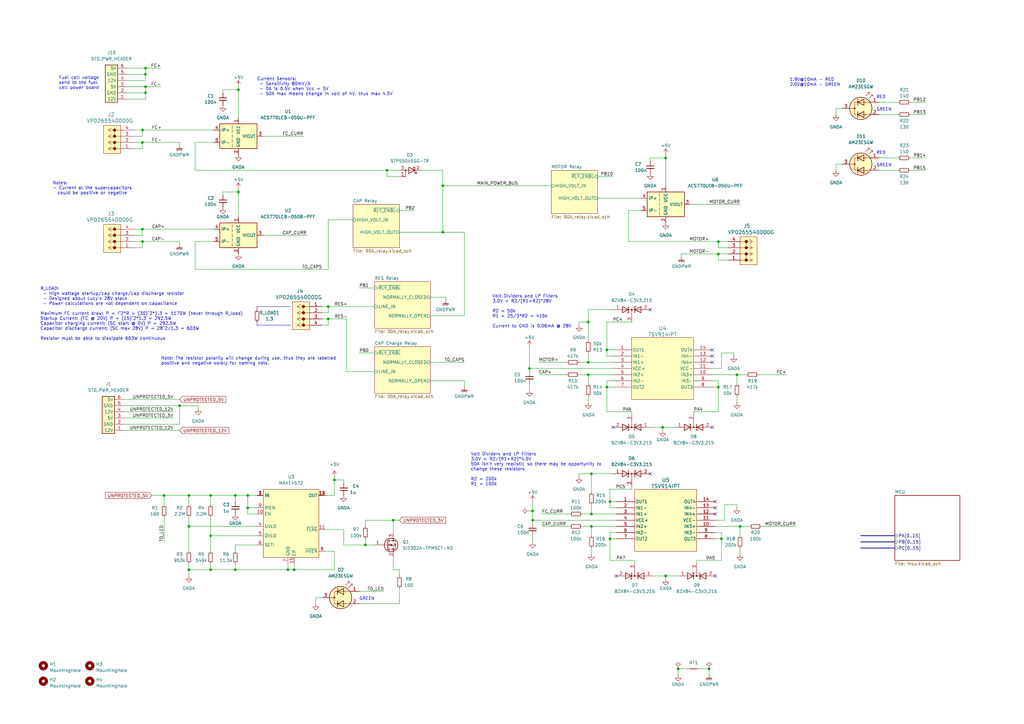
<source format=kicad_sch>
(kicad_sch (version 20250114) (generator "eeschema") (generator_version "9.0")
  (paper "A3")
  (text "Volt Dividers and LP Filters\n3.0V = R2/(R1+R2)*28V\n\nR2 = 50k\nR1 = 25/3*R2 = 416k\n\nCurrent to GND is 0.06mA @ 28V" (at 201.93 134.62 0) (effects (font (size 1.27 1.27)) (justify left bottom)))
  (text "Note: The resistor polarity will change during use, thus they are labelled\npositive and negative solely for naming nets." (at 66.04 149.86 0) (effects (font (size 1.27 1.27)) (justify left bottom)))
  (text "Volt Dividers and LP Filters\n3.0V = R2/(R1+R2)*4.5V\n50A isn't very realistic so there may be opportunity to\nchange these resistors\n\nR2 = 200k\nR1 = 100k" (at 193.04 199.39 0) (effects (font (size 1.27 1.27)) (justify left bottom)))
  (text "GREEN" (at 147.32 246.38 0) (effects (font (size 1.27 1.27)) (justify left bottom)))
  (text "GREEN" (at 359.41 68.58 0) (effects (font (size 1.27 1.27)) (justify left bottom)))
  (text "Notes:\n- Current at the supercapacitors \n  could be positive or negative" (at 21.59 80.01 0) (effects (font (size 1.27 1.27)) (justify left bottom)))
  (text "1.9V@10mA - RED\n2.0V@10mA - GREEN" (at 323.85 35.56 0) (effects (font (size 1.27 1.27)) (justify left bottom)))
  (text "R_LOAD:\n - High wattage startup/cap charge/cap discharge resistor\n - Designed about Lucy's 28V stack\n - Power calculations are not dependent on capacitance\n\nMaximum FC current draw: P = I^2*R = (30)^2*1.3 = 1170W (never through R_load)\nStartup Current: (FC @ 20V) P = (15)^2*1.3 = 292.5W\nCapacitor charging current: (SC start @ 0V) P = 292.5W\nCapacitor discharge current: (SC max 28V) P = 28^2/1.3 = 603W\n\nResistor must be able to dissipate 603W continuous" (at 16.51 139.7 0) (effects (font (size 1.27 1.27)) (justify left bottom)))
  (text "Fuel cell voltage\nsend to the fuel\ncell power board" (at 24.13 36.83 0) (effects (font (size 1.27 1.27)) (justify left bottom)))
  (text "RED" (at 359.41 63.5 0) (effects (font (size 1.27 1.27)) (justify left bottom)))
  (text "RED" (at 359.41 40.64 0) (effects (font (size 1.27 1.27)) (justify left bottom)))
  (text "Current Sensors:\n - Sensitivity 80mV/A\n - 0A is 0.5V when Vcc = 5V\n - 50A max means change in volt of 4V, thus max 4.5V" (at 105.41 39.37 0) (effects (font (size 1.27 1.27)) (justify left bottom)))
  (text "GREEN" (at 359.41 45.72 0) (effects (font (size 1.27 1.27)) (justify left bottom)))
  (junction (at 101.6 208.28))
  (junction (at 218.44 213.36))
  (junction (at 290.83 274.32))
  (junction (at 134.62 130.81))
  (junction (at 97.79 78.74))
  (junction (at 67.31 203.2))
  (junction (at 77.47 203.2))
  (junction (at 149.86 223.52))
  (junction (at 242.57 210.82))
  (junction (at 217.17 151.13))
  (junction (at 218.44 209.55))
  (junction (at 77.47 233.68))
  (junction (at 248.92 158.75))
  (junction (at 118.11 233.68))
  (junction (at 181.61 76.2))
  (junction (at 96.52 233.68))
  (junction (at 278.13 274.32))
  (junction (at 97.79 36.83))
  (junction (at 59.69 38.1))
  (junction (at 59.69 35.56))
  (junction (at 242.57 215.9))
  (junction (at 59.69 30.48))
  (junction (at 86.36 219.71))
  (junction (at 86.36 203.2))
  (junction (at 241.3 153.67))
  (junction (at 273.05 64.77))
  (junction (at 241.3 132.08))
  (junction (at 158.75 69.85))
  (junction (at 96.52 203.2))
  (junction (at 134.62 125.73))
  (junction (at 58.42 93.98))
  (junction (at 250.19 220.98))
  (junction (at 242.57 194.31))
  (junction (at 86.36 233.68))
  (junction (at 271.78 175.26))
  (junction (at 241.3 148.59))
  (junction (at 248.92 143.51))
  (junction (at 250.19 205.74))
  (junction (at 58.42 53.34))
  (junction (at 303.53 215.9))
  (junction (at 58.42 58.42))
  (junction (at 273.05 236.22))
  (junction (at 294.64 99.06))
  (junction (at 58.42 99.06))
  (junction (at 73.66 166.37))
  (junction (at 302.26 153.67))
  (junction (at 101.6 203.2))
  (junction (at 295.91 220.98))
  (junction (at 294.64 104.14))
  (junction (at 120.65 233.68))
  (junction (at 137.16 196.85))
  (junction (at 77.47 215.9))
  (junction (at 181.61 95.25))
  (junction (at 294.64 158.75))
  (junction (at 59.69 27.94))
  (junction (at 161.29 213.36))
  (no_connect (at 266.7 127))
  (no_connect (at 252.73 236.22))
  (no_connect (at 293.37 210.82))
  (no_connect (at 292.1 143.51))
  (no_connect (at 293.37 236.22))
  (no_connect (at 292.1 175.26))
  (no_connect (at 293.37 208.28))
  (no_connect (at 292.1 146.05))
  (no_connect (at 292.1 148.59))
  (no_connect (at 266.7 194.31))
  (no_connect (at 293.37 205.74))
  (no_connect (at 251.46 175.26))
  (wire (pts (xy 77.47 215.9) (xy 77.47 226.06)))
  (wire (pts (xy 302.26 153.67) (xy 302.26 157.48)))
  (wire (pts (xy 163.83 72.39) (xy 158.75 72.39)))
  (wire (pts (xy 140.97 217.17) (xy 140.97 223.52)))
  (wire (pts (xy 132.08 125.73) (xy 134.62 125.73)))
  (wire (pts (xy 101.6 203.2) (xy 101.6 208.28)))
  (wire (pts (xy 241.3 165.1) (xy 241.3 162.56)))
  (wire (pts (xy 293.37 213.36) (xy 297.18 213.36)))
  (wire (pts (xy 222.25 210.82) (xy 233.68 210.82)))
  (wire (pts (xy 54.61 99.06) (xy 58.42 99.06)))
  (wire (pts (xy 80.01 110.49) (xy 134.62 110.49)))
  (wire (pts (xy 91.44 80.01) (xy 91.44 78.74)))
  (wire (pts (xy 281.94 274.32) (xy 278.13 274.32)))
  (wire (pts (xy 220.98 153.67) (xy 232.41 153.67)))
  (polyline (pts (xy 119.38 133.35) (xy 105.41 133.35)))
  (wire (pts (xy 241.3 132.08) (xy 241.3 139.7)))
  (wire (pts (xy 285.75 229.87) (xy 285.75 231.14)))
  (wire (pts (xy 59.69 33.02) (xy 59.69 30.48)))
  (wire (pts (xy 182.88 121.92) (xy 182.88 123.19)))
  (wire (pts (xy 250.19 205.74) (xy 250.19 208.28)))
  (wire (pts (xy 59.69 27.94) (xy 59.69 30.48)))
  (wire (pts (xy 242.57 210.82) (xy 242.57 207.01)))
  (wire (pts (xy 52.07 40.64) (xy 59.69 40.64)))
  (wire (pts (xy 360.68 46.99) (xy 368.3 46.99)))
  (wire (pts (xy 134.62 130.81) (xy 134.62 133.35)))
  (wire (pts (xy 77.47 203.2) (xy 86.36 203.2)))
  (wire (pts (xy 218.44 209.55) (xy 218.44 213.36)))
  (wire (pts (xy 134.62 90.17) (xy 144.78 90.17)))
  (wire (pts (xy 132.08 128.27) (xy 134.62 128.27)))
  (wire (pts (xy 237.49 148.59) (xy 241.3 148.59)))
  (wire (pts (xy 158.75 69.85) (xy 163.83 69.85)))
  (wire (pts (xy 241.3 148.59) (xy 251.46 148.59)))
  (wire (pts (xy 273.05 236.22) (xy 273.05 237.49)))
  (wire (pts (xy 73.66 166.37) (xy 81.28 166.37)))
  (wire (pts (xy 285.75 229.87) (xy 295.91 229.87)))
  (wire (pts (xy 373.38 41.91) (xy 379.73 41.91)))
  (wire (pts (xy 250.19 220.98) (xy 250.19 229.87)))
  (wire (pts (xy 292.1 151.13) (xy 295.91 151.13)))
  (wire (pts (xy 251.46 156.21) (xy 248.92 156.21)))
  (wire (pts (xy 96.52 203.2) (xy 101.6 203.2)))
  (wire (pts (xy 252.73 205.74) (xy 250.19 205.74)))
  (wire (pts (xy 360.68 64.77) (xy 368.3 64.77)))
  (wire (pts (xy 97.79 35.56) (xy 97.79 36.83)))
  (wire (pts (xy 217.17 157.48) (xy 217.17 160.02)))
  (wire (pts (xy 295.91 220.98) (xy 295.91 229.87)))
  (wire (pts (xy 176.53 148.59) (xy 190.5 148.59)))
  (wire (pts (xy 161.29 213.36) (xy 163.83 213.36)))
  (wire (pts (xy 292.1 158.75) (xy 294.64 158.75)))
  (wire (pts (xy 134.62 125.73) (xy 134.62 128.27)))
  (wire (pts (xy 67.31 203.2) (xy 77.47 203.2)))
  (wire (pts (xy 360.68 69.85) (xy 368.3 69.85)))
  (wire (pts (xy 62.23 203.2) (xy 67.31 203.2)))
  (wire (pts (xy 149.86 213.36) (xy 161.29 213.36)))
  (wire (pts (xy 96.52 223.52) (xy 105.41 223.52)))
  (wire (pts (xy 67.31 212.09) (xy 67.31 222.25)))
  (wire (pts (xy 252.73 208.28) (xy 250.19 208.28)))
  (wire (pts (xy 252.73 213.36) (xy 218.44 213.36)))
  (wire (pts (xy 259.08 199.39) (xy 259.08 200.66)))
  (wire (pts (xy 52.07 35.56) (xy 59.69 35.56)))
  (wire (pts (xy 345.44 44.45) (xy 342.9 44.45)))
  (wire (pts (xy 295.91 144.78) (xy 300.99 144.78)))
  (wire (pts (xy 342.9 67.31) (xy 342.9 69.85)))
  (wire (pts (xy 181.61 76.2) (xy 181.61 95.25)))
  (wire (pts (xy 77.47 212.09) (xy 77.47 215.9)))
  (wire (pts (xy 149.86 213.36) (xy 149.86 215.9)))
  (wire (pts (xy 163.83 95.25) (xy 181.61 95.25)))
  (wire (pts (xy 266.7 66.04) (xy 266.7 64.77)))
  (wire (pts (xy 300.99 146.05) (xy 300.99 144.78)))
  (wire (pts (xy 77.47 203.2) (xy 77.47 207.01)))
  (wire (pts (xy 245.11 72.39) (xy 251.46 72.39)))
  (wire (pts (xy 237.49 132.08) (xy 237.49 133.35)))
  (wire (pts (xy 266.7 64.77) (xy 273.05 64.77)))
  (wire (pts (xy 217.17 142.24) (xy 217.17 151.13)))
  (wire (pts (xy 163.83 236.22) (xy 163.83 233.68)))
  (wire (pts (xy 293.37 215.9) (xy 303.53 215.9)))
  (wire (pts (xy 176.53 121.92) (xy 182.88 121.92)))
  (wire (pts (xy 54.61 96.52) (xy 58.42 96.52)))
  (wire (pts (xy 105.41 210.82) (xy 101.6 210.82)))
  (wire (pts (xy 134.62 90.17) (xy 134.62 110.49)))
  (wire (pts (xy 147.32 118.11) (xy 153.67 118.11)))
  (wire (pts (xy 54.61 101.6) (xy 58.42 101.6)))
  (wire (pts (xy 147.32 144.78) (xy 153.67 144.78)))
  (wire (pts (xy 241.3 148.59) (xy 241.3 144.78)))
  (wire (pts (xy 86.36 231.14) (xy 86.36 233.68)))
  (wire (pts (xy 137.16 195.58) (xy 137.16 196.85)))
  (wire (pts (xy 91.44 36.83) (xy 97.79 36.83)))
  (wire (pts (xy 218.44 205.74) (xy 218.44 209.55)))
  (wire (pts (xy 52.07 33.02) (xy 59.69 33.02)))
  (wire (pts (xy 105.41 215.9) (xy 77.47 215.9)))
  (wire (pts (xy 149.86 223.52) (xy 149.86 220.98)))
  (wire (pts (xy 294.64 158.75) (xy 294.64 168.91)))
  (wire (pts (xy 311.15 153.67) (xy 322.58 153.67)))
  (wire (pts (xy 248.92 143.51) (xy 248.92 146.05)))
  (wire (pts (xy 293.37 220.98) (xy 295.91 220.98)))
  (wire (pts (xy 97.79 78.74) (xy 97.79 88.9)))
  (wire (pts (xy 107.95 55.88) (xy 124.46 55.88)))
  (wire (pts (xy 107.95 96.52) (xy 125.73 96.52)))
  (wire (pts (xy 295.91 218.44) (xy 295.91 220.98)))
  (wire (pts (xy 137.16 233.68) (xy 120.65 233.68)))
  (wire (pts (xy 266.7 175.26) (xy 271.78 175.26)))
  (wire (pts (xy 251.46 151.13) (xy 217.17 151.13)))
  (wire (pts (xy 54.61 55.88) (xy 58.42 55.88)))
  (wire (pts (xy 176.53 129.54) (xy 190.5 129.54)))
  (wire (pts (xy 163.83 233.68) (xy 161.29 233.68)))
  (wire (pts (xy 149.86 223.52) (xy 153.67 223.52)))
  (wire (pts (xy 134.62 125.73) (xy 153.67 125.73)))
  (wire (pts (xy 97.79 77.47) (xy 97.79 78.74)))
  (wire (pts (xy 298.45 106.68) (xy 294.64 106.68)))
  (wire (pts (xy 237.49 153.67) (xy 241.3 153.67)))
  (wire (pts (xy 73.66 173.99) (xy 73.66 166.37)))
  (wire (pts (xy 50.8 176.53) (xy 73.66 176.53)))
  (wire (pts (xy 294.64 104.14) (xy 279.4 104.14)))
  (wire (pts (xy 80.01 69.85) (xy 158.75 69.85)))
  (wire (pts (xy 54.61 53.34) (xy 58.42 53.34)))
  (wire (pts (xy 294.64 99.06) (xy 294.64 101.6)))
  (wire (pts (xy 87.63 58.42) (xy 80.01 58.42)))
  (wire (pts (xy 242.57 194.31) (xy 251.46 194.31)))
  (wire (pts (xy 66.04 27.94) (xy 59.69 27.94)))
  (wire (pts (xy 158.75 72.39) (xy 158.75 69.85)))
  (wire (pts (xy 58.42 99.06) (xy 73.66 99.06)))
  (wire (pts (xy 50.8 166.37) (xy 73.66 166.37)))
  (wire (pts (xy 298.45 101.6) (xy 294.64 101.6)))
  (wire (pts (xy 59.69 30.48) (xy 52.07 30.48)))
  (wire (pts (xy 87.63 99.06) (xy 80.01 99.06)))
  (wire (pts (xy 133.35 203.2) (xy 137.16 203.2)))
  (wire (pts (xy 248.92 132.08) (xy 259.08 132.08)))
  (wire (pts (xy 58.42 93.98) (xy 87.63 93.98)))
  (bus (pts (xy 353.06 219.71) (xy 367.03 219.71)))
  (wire (pts (xy 251.46 127) (xy 241.3 127)))
  (wire (pts (xy 251.46 143.51) (xy 248.92 143.51)))
  (wire (pts (xy 91.44 78.74) (xy 97.79 78.74)))
  (wire (pts (xy 307.34 215.9) (xy 303.53 215.9)))
  (wire (pts (xy 312.42 215.9) (xy 326.39 215.9)))
  (wire (pts (xy 140.97 198.12) (xy 140.97 196.85)))
  (wire (pts (xy 217.17 209.55) (xy 218.44 209.55)))
  (wire (pts (xy 50.8 173.99) (xy 73.66 173.99)))
  (wire (pts (xy 86.36 203.2) (xy 96.52 203.2)))
  (wire (pts (xy 303.53 215.9) (xy 303.53 219.71)))
  (wire (pts (xy 241.3 127) (xy 241.3 132.08)))
  (wire (pts (xy 142.24 152.4) (xy 153.67 152.4)))
  (wire (pts (xy 132.08 245.11) (xy 129.54 245.11)))
  (wire (pts (xy 132.08 130.81) (xy 134.62 130.81)))
  (wire (pts (xy 54.61 93.98) (xy 58.42 93.98)))
  (bus (pts (xy 353.06 222.25) (xy 367.03 222.25)))
  (wire (pts (xy 58.42 53.34) (xy 87.63 53.34)))
  (wire (pts (xy 120.65 231.14) (xy 120.65 233.68)))
  (wire (pts (xy 190.5 156.21) (xy 190.5 158.75)))
  (wire (pts (xy 295.91 144.78) (xy 295.91 151.13)))
  (wire (pts (xy 161.29 213.36) (xy 161.29 218.44)))
  (wire (pts (xy 251.46 146.05) (xy 248.92 146.05)))
  (wire (pts (xy 252.73 220.98) (xy 250.19 220.98)))
  (wire (pts (xy 132.08 133.35) (xy 134.62 133.35)))
  (wire (pts (xy 250.19 205.74) (xy 250.19 200.66)))
  (wire (pts (xy 157.48 242.57) (xy 147.32 242.57)))
  (wire (pts (xy 262.89 86.36) (xy 257.81 86.36)))
  (wire (pts (xy 297.18 207.01) (xy 302.26 207.01)))
  (wire (pts (xy 237.49 132.08) (xy 241.3 132.08)))
  (wire (pts (xy 58.42 99.06) (xy 58.42 101.6)))
  (wire (pts (xy 259.08 168.91) (xy 259.08 170.18)))
  (wire (pts (xy 86.36 233.68) (xy 77.47 233.68)))
  (wire (pts (xy 54.61 60.96) (xy 58.42 60.96)))
  (wire (pts (xy 273.05 64.77) (xy 273.05 76.2)))
  (wire (pts (xy 241.3 153.67) (xy 251.46 153.67)))
  (wire (pts (xy 181.61 69.85) (xy 181.61 76.2)))
  (wire (pts (xy 73.66 58.42) (xy 73.66 59.69)))
  (wire (pts (xy 373.38 46.99) (xy 379.73 46.99)))
  (wire (pts (xy 276.86 175.26) (xy 271.78 175.26)))
  (wire (pts (xy 279.4 104.14) (xy 279.4 105.41)))
  (wire (pts (xy 181.61 76.2) (xy 226.06 76.2)))
  (wire (pts (xy 306.07 153.67) (xy 302.26 153.67)))
  (wire (pts (xy 96.52 205.74) (xy 96.52 203.2)))
  (wire (pts (xy 257.81 86.36) (xy 257.81 99.06)))
  (wire (pts (xy 284.48 168.91) (xy 284.48 170.18)))
  (wire (pts (xy 176.53 156.21) (xy 190.5 156.21)))
  (wire (pts (xy 133.35 226.06) (xy 137.16 226.06)))
  (wire (pts (xy 101.6 208.28) (xy 105.41 208.28)))
  (wire (pts (xy 190.5 95.25) (xy 190.5 129.54)))
  (wire (pts (xy 101.6 208.28) (xy 101.6 210.82)))
  (wire (pts (xy 137.16 226.06) (xy 137.16 233.68)))
  (wire (pts (xy 86.36 212.09) (xy 86.36 219.71)))
  (wire (pts (xy 294.64 99.06) (xy 298.45 99.06)))
  (polyline (pts (xy 105.41 132.08) (xy 105.41 133.35)))
  (wire (pts (xy 250.19 218.44) (xy 250.19 220.98)))
  (wire (pts (xy 67.31 203.2) (xy 67.31 207.01)))
  (wire (pts (xy 129.54 245.11) (xy 129.54 247.65)))
  (wire (pts (xy 137.16 196.85) (xy 137.16 203.2)))
  (wire (pts (xy 278.13 236.22) (xy 273.05 236.22)))
  (wire (pts (xy 242.57 194.31) (xy 242.57 201.93)))
  (wire (pts (xy 161.29 228.6) (xy 161.29 233.68)))
  (wire (pts (xy 91.44 38.1) (xy 91.44 36.83)))
  (wire (pts (xy 163.83 86.36) (xy 170.18 86.36)))
  (wire (pts (xy 81.28 166.37) (xy 81.28 167.64)))
  (wire (pts (xy 257.81 99.06) (xy 294.64 99.06)))
  (wire (pts (xy 86.36 203.2) (xy 86.36 207.01)))
  (wire (pts (xy 66.04 35.56) (xy 59.69 35.56)))
  (wire (pts (xy 242.57 227.33) (xy 242.57 224.79)))
  (wire (pts (xy 248.92 156.21) (xy 248.92 158.75)))
  (wire (pts (xy 58.42 58.42) (xy 58.42 60.96)))
  (bus (pts (xy 353.06 224.79) (xy 367.03 224.79)))
  (wire (pts (xy 120.65 233.68) (xy 118.11 233.68)))
  (wire (pts (xy 58.42 53.34) (xy 58.42 55.88)))
  (wire (pts (xy 218.44 219.71) (xy 218.44 222.25)))
  (wire (pts (xy 290.83 276.86) (xy 290.83 274.32)))
  (wire (pts (xy 80.01 99.06) (xy 80.01 110.49)))
  (wire (pts (xy 147.32 247.65) (xy 163.83 247.65)))
  (wire (pts (xy 77.47 231.14) (xy 77.47 233.68)))
  (wire (pts (xy 137.16 196.85) (xy 140.97 196.85)))
  (wire (pts (xy 97.79 36.83) (xy 97.79 48.26)))
  (wire (pts (xy 241.3 153.67) (xy 241.3 157.48)))
  (wire (pts (xy 252.73 218.44) (xy 250.19 218.44)))
  (wire (pts (xy 54.61 58.42) (xy 58.42 58.42)))
  (wire (pts (xy 284.48 168.91) (xy 294.64 168.91)))
  (wire (pts (xy 52.07 38.1) (xy 59.69 38.1)))
  (wire (pts (xy 77.47 233.68) (xy 77.47 236.22)))
  (wire (pts (xy 260.35 231.14) (xy 260.35 229.87)))
  (wire (pts (xy 248.92 158.75) (xy 248.92 168.91)))
  (polyline (pts (xy 119.38 125.73) (xy 105.41 125.73)))
  (wire (pts (xy 238.76 210.82) (xy 242.57 210.82)))
  (wire (pts (xy 80.01 58.42) (xy 80.01 69.85)))
  (wire (pts (xy 172.72 69.85) (xy 181.61 69.85)))
  (wire (pts (xy 245.11 81.28) (xy 262.89 81.28)))
  (wire (pts (xy 267.97 236.22) (xy 273.05 236.22)))
  (wire (pts (xy 248.92 168.91) (xy 259.08 168.91)))
  (wire (pts (xy 59.69 38.1) (xy 59.69 40.64)))
  (wire (pts (xy 373.38 69.85) (xy 379.73 69.85)))
  (wire (pts (xy 278.13 274.32) (xy 278.13 276.86)))
  (wire (pts (xy 190.5 95.25) (xy 181.61 95.25)))
  (wire (pts (xy 292.1 156.21) (xy 294.64 156.21)))
  (wire (pts (xy 86.36 219.71) (xy 105.41 219.71)))
  (wire (pts (xy 242.57 210.82) (xy 252.73 210.82)))
  (wire (pts (xy 134.62 130.81) (xy 142.24 130.81)))
  (wire (pts (xy 250.19 229.87) (xy 260.35 229.87)))
  (wire (pts (xy 360.68 41.91) (xy 368.3 41.91)))
  (wire (pts (xy 292.1 153.67) (xy 302.26 153.67)))
  (wire (pts (xy 250.19 200.66) (xy 259.08 200.66)))
  (wire (pts (xy 242.57 215.9) (xy 252.73 215.9)))
  (wire (pts (xy 248.92 143.51) (xy 248.92 132.08)))
  (wire (pts (xy 242.57 215.9) (xy 242.57 219.71)))
  (wire (pts (xy 58.42 58.42) (xy 73.66 58.42)))
  (wire (pts (xy 294.64 104.14) (xy 294.64 106.68)))
  (wire (pts (xy 96.52 226.06) (xy 96.52 223.52)))
  (wire (pts (xy 105.41 203.2) (xy 101.6 203.2)))
  (wire (pts (xy 140.97 223.52) (xy 149.86 223.52)))
  (wire (pts (xy 96.52 233.68) (xy 86.36 233.68)))
  (wire (pts (xy 58.42 93.98) (xy 58.42 96.52)))
  (wire (pts (xy 283.21 83.82) (xy 303.53 83.82)))
  (wire (pts (xy 50.8 163.83) (xy 73.66 163.83)))
  (wire (pts (xy 273.05 63.5) (xy 273.05 64.77)))
  (wire (pts (xy 86.36 226.06) (xy 86.36 219.71)))
  (wire (pts (xy 118.11 231.14) (xy 118.11 233.68)))
  (wire (pts (xy 373.38 64.77) (xy 379.73 64.77)))
  (wire (pts (xy 302.26 165.1) (xy 302.26 162.56)))
  (wire (pts (xy 271.78 175.26) (xy 271.78 176.53)))
  (wire (pts (xy 96.52 231.14) (xy 96.52 233.68)))
  (wire (pts (xy 220.98 148.59) (xy 232.41 148.59)))
  (wire (pts (xy 238.76 215.9) (xy 242.57 215.9)))
  (wire (pts (xy 293.37 218.44) (xy 295.91 218.44)))
  (wire (pts (xy 302.26 208.28) (xy 302.26 207.01)))
  (wire (pts (xy 73.66 99.06) (xy 73.66 100.33)))
  (wire (pts (xy 222.25 215.9) (xy 233.68 215.9)))
  (wire (pts (xy 303.53 227.33) (xy 303.53 224.79)))
  (wire (pts (xy 50.8 168.91) (xy 71.12 168.91)))
  (wire (pts (xy 118.11 233.68) (xy 96.52 233.68)))
  (wire (pts (xy 52.07 27.94) (xy 59.69 27.94)))
  (wire (pts (xy 287.02 274.32) (xy 290.83 274.32)))
  (wire (pts (xy 50.8 171.45) (xy 71.12 171.45)))
  (wire (pts (xy 163.83 241.3) (xy 163.83 247.65)))
  (wire (pts (xy 142.24 130.81) (xy 142.24 152.4)))
  (wire (pts (xy 237.49 194.31) (xy 242.57 194.31)))
  (wire (pts (xy 217.17 151.13) (xy 217.17 152.4)))
  (wire (pts (xy 297.18 213.36) (xy 297.18 207.01)))
  (wire (pts (xy 342.9 44.45) (xy 342.9 46.99)))
  (wire (pts (xy 251.46 158.75) (xy 248.92 158.75)))
  (wire (pts (xy 218.44 213.36) (xy 218.44 214.63)))
  (wire (pts (xy 59.69 35.56) (xy 59.69 38.1)))
  (polyline (pts (xy 105.41 125.73) (xy 105.41 127)))
  (wire (pts (xy 345.44 67.31) (xy 342.9 67.31)))
  (wire (pts (xy 294.64 156.21) (xy 294.64 158.75)))
  (wire (pts (xy 237.49 194.31) (xy 237.49 195.58)))
  (wire (pts (xy 133.35 217.17) (xy 140.97 217.17)))
  (wire (pts (xy 298.45 104.14) (xy 294.64 104.14)))
  (label "FC+" (at 322.58 153.67 180))
  (label "TO_CAPS" (at 132.08 110.49 180))
  (label "PB12" (at 379.73 41.91 180))
  (label "FC_CURR" (at 222.25 210.82 0))
  (label "PB14" (at 379.73 64.77 180))
  (label "PA7" (at 256.54 229.87 180))
  (label "PB10" (at 251.46 72.39 180))
  (label "PA5" (at 289.56 229.87 0))
  (label "FC-" (at 62.23 58.42 0))
  (label "PB15" (at 379.73 69.85 180))
  (label "CAP+" (at 220.98 153.67 0))
  (label "RES+" (at 137.16 125.73 0))
  (label "PA4" (at 284.48 168.91 0))
  (label "TO_CAPS" (at 190.5 148.59 180))
  (label "MOTOR_CURR" (at 326.39 215.9 180))
  (label "UNPROTECTED_5V" (at 71.12 163.83 180))
  (label "PB2" (at 170.18 86.36 180))
  (label "CAP-" (at 62.23 99.06 0))
  (label "PC4" (at 255.27 132.08 180))
  (label "MOTOR-" (at 290.83 104.14 180))
  (label "RES-" (at 137.16 130.81 0))
  (label "PB1" (at 147.32 118.11 0))
  (label "PC5" (at 256.54 200.66 180))
  (label "MOTOR_CURR" (at 303.53 83.82 180))
  (label "UNPROTECTED_5V" (at 71.12 171.45 180))
  (label "UNPROTECTED_12V" (at 71.12 168.91 180))
  (label "CAP_CURR" (at 222.25 215.9 0))
  (label "MOTOR+" (at 290.83 99.06 180))
  (label "MOTOR+" (at 220.98 148.59 0))
  (label "TO_LED" (at 157.48 242.57 180))
  (label "PB0" (at 147.32 144.78 0))
  (label "PB13" (at 379.73 46.99 180))
  (label "TO_LED" (at 67.31 222.25 90))
  (label "UNPROTECTED_12V" (at 71.12 176.53 180))
  (label "MAIN_POWER_BUS" (at 195.58 76.2 0))
  (label "FC-" (at 66.04 35.56 180))
  (label "CAP+" (at 62.23 93.98 0))
  (label "CAP_CURR" (at 125.73 96.52 180))
  (label "FC_CURR" (at 124.46 55.88 180))
  (label "FC+" (at 66.04 27.94 180))
  (label "PA6" (at 259.08 168.91 180))
  (label "FC+" (at 62.23 53.34 0))
  (global_label "UNPROTECTED_5V" (shape input) (at 163.83 213.36 0) (property "Intersheetrefs" "${INTERSHEET_REFS}" (effects (hide yes))))
  (global_label "UNPROTECTED_5V" (shape input) (at 73.66 163.83 0) (property "Intersheetrefs" "${INTERSHEET_REFS}" (effects (hide yes))))
  (global_label "UNPROTECTED_12V" (shape input) (at 73.66 176.53 0) (property "Intersheetrefs" "${INTERSHEET_REFS}" (effects (hide yes))))
  (global_label "UNPROTECTED_5V" (shape input) (at 62.23 203.2 180) (property "Intersheetrefs" "${INTERSHEET_REFS}" (effects (hide yes))))
  (symbol (lib_id "Device:R_Small") (at 77.47 228.6 180) (unit 1)
    (property "Reference" "R3" (at 73.66 227.33 0))
    (property "Value" "953k" (at 73.66 229.87 0))
    (property "Footprint" "Resistor_SMD:R_0603_1608Metric" (effects (hide yes)))
    (property "Datasheet" "https://www.yageo.com/upload/media/product/productsearch/datasheet/rchip/PYu-RC_Group_51_RoHS_L_12.pdf" (effects (hide yes)))
    (property "Part#" "311-953KHRCT-ND" (effects (hide yes)))
  )
  (symbol (lib_id "Sensor_Current:ACS770xCB-050B-PFF") (at 97.79 55.88 0) (unit 1)
    (property "Reference" "U1" (at 118.11 45.72 0))
    (property "Value" "ACS770LCB-050U-PFF" (at 118.11 48.26 0))
    (property "Footprint" "RB_FTP:Allegro_CB_PFF_Adjusted" (effects (hide yes)))
    (property "Datasheet" "https://www.allegromicro.com/~/media/Files/Datasheets/ACS770-Datasheet.ashx" (effects (hide yes)))
    (property "Part#" "620-1542-5-ND" (effects (hide yes)))
  )
  (symbol (lib_id "Device:R_Small") (at 370.84 46.99 90) (unit 1)
    (property "Reference" "R22" (at 370.84 49.53 90))
    (property "Value" "130" (at 370.84 52.07 90))
    (property "Footprint" "Resistor_SMD:R_0603_1608Metric" (effects (hide yes)))
    (property "Datasheet" "https://datasheet.lcsc.com/lcsc/2304140030_TA-I-Tech-RMS06FT1300_C209032.pdf" (effects (hide yes)))
    (property "Part#" "C209032" (effects (hide yes)))
  )
  (symbol (lib_id "Device:R_Small") (at 308.61 153.67 90) (unit 1)
    (property "Reference" "R19" (at 308.61 156.21 90))
    (property "Value" "417k" (at 308.61 158.75 90))
    (property "Footprint" "Resistor_SMD:R_0603_1608Metric" (effects (hide yes)))
    (property "Datasheet" "https://www.koaspeer.com/pdfs/RN73H.pdf" (effects (hide yes)))
    (property "Part#" "2019-RN73H1JTTD4173C25CT-ND" (effects (hide yes)))
  )
  (symbol (lib_id "RB_PARTS:VP0265540000G") (at 54.61 101.6 180) (unit 1)
    (property "Reference" "J3" (at 46.99 87.63 0) (effects (font (size 1.524 1.524)) (justify left)))
    (property "Value" "VP0265540000G" (at 54.61 90.17 0) (effects (font (size 1.524 1.524)) (justify left)))
    (property "Footprint" "RB_FTP:CONN_VP0265x4xxxxG_AMP" (effects (hide yes)))
    (property "Datasheet" "https://mm.digikey.com/Volume0/opasdata/d220001/medias/docus/3772/8VP0003.pdf" (effects (hide yes)))
    (property "Part#" "VP0265540000G-ND" (effects (hide yes)))
  )
  (symbol (lib_id "RB_PARTS:TSV914IPT") (at 251.46 143.51 0) (unit 1)
    (property "Reference" "U4" (at 271.78 134.62 0) (effects (font (size 1.524 1.524))))
    (property "Value" "TSV914IPT" (at 271.78 137.16 0) (effects (font (size 1.524 1.524))))
    (property "Footprint" "Package_SO:TSSOP-14_4.4x5mm_P0.65mm" (effects (hide yes)))
    (property "Datasheet" "https://www.st.com/content/ccc/resource/technical/document/datasheet/68/e5/70/49/1a/0d/47/dd/CD00127596.pdf/files/CD00127596.pdf/jcr:content/translations/en.CD00127596.pdf" (effects (hide yes)))
    (property "Part#" "C83262" (effects (hide yes)))
  )
  (symbol (lib_id "power:+5V") (at 217.17 142.24 0) (unit 1)
    (property "Reference" "#PWR017" (effects (hide yes)))
    (property "Value" "+5V" (at 217.17 138.43 0))
  )
  (symbol (lib_id "power:GNDA") (at 302.26 165.1 0) (unit 1)
    (property "Reference" "#PWR034" (effects (hide yes)))
    (property "Value" "GNDA" (at 304.8 170.18 0) (effects (justify right)))
  )
  (symbol (lib_id "power:+5V") (at 97.79 77.47 0) (unit 1)
    (property "Reference" "#PWR011" (effects (hide yes)))
    (property "Value" "+5V" (at 97.79 73.66 0))
  )
  (symbol (lib_id "Device:R_Small") (at 309.88 215.9 90) (unit 1)
    (property "Reference" "R20" (at 309.88 218.44 90))
    (property "Value" "100k" (at 309.88 220.98 90))
    (property "Footprint" "Resistor_SMD:R_0603_1608Metric" (effects (hide yes)))
    (property "Datasheet" "https://datasheet.lcsc.com/lcsc/2211251200_Ever-Ohms-Tech-TR0603D100KP0550Z_C5250829.pdf" (effects (hide yes)))
    (property "Part#" "C5250829" (effects (hide yes)))
  )
  (symbol (lib_id "Mechanical:MountingHole") (at 17.78 279.4 0) (unit 1)
    (property "Reference" "H2" (at 20.32 278.765 0) (effects (justify left)))
    (property "Value" "MountingHole" (at 20.32 281.305 0) (effects (justify left)))
    (property "Footprint" "MountingHole:MountingHole_3.2mm_M3" (effects (hide yes)))
    (property "Part#" "N/A" (effects (hide yes)))
  )
  (symbol (lib_id "Sensor_Current:ACS770xCB-050B-PFF") (at 273.05 83.82 0) (unit 1)
    (property "Reference" "U6" (at 293.37 73.66 0))
    (property "Value" "ACS770LCB-050U-PFF" (at 293.37 76.2 0))
    (property "Footprint" "RB_FTP:Allegro_CB_PFF_Adjusted" (effects (hide yes)))
    (property "Datasheet" "https://www.allegromicro.com/~/media/Files/Datasheets/ACS770-Datasheet.ashx" (effects (hide yes)))
    (property "Part#" "620-1542-5-ND" (effects (hide yes)))
  )
  (symbol (lib_id "power:GNDA") (at 81.28 167.64 0) (unit 1)
    (property "Reference" "#PWR025" (effects (hide yes)))
    (property "Value" "GNDA" (at 83.82 172.72 0) (effects (justify right)))
  )
  (symbol (lib_id "Mechanical:MountingHole") (at 17.78 273.05 0) (unit 1)
    (property "Reference" "H1" (at 20.32 272.415 0) (effects (justify left)))
    (property "Value" "MountingHole" (at 20.32 274.955 0) (effects (justify left)))
    (property "Footprint" "MountingHole:MountingHole_3.2mm_M3" (effects (hide yes)))
    (property "Part#" "N/A" (effects (hide yes)))
  )
  (symbol (lib_id "power:GNDPWR") (at 182.88 123.19 0) (unit 1)
    (property "Reference" "#PWR051" (effects (hide yes)))
    (property "Value" "GNDPWR" (at 182.753 127 0))
  )
  (symbol (lib_id "FCC_PARTS:MAX14572") (at 119.38 200.66 0) (unit 1)
    (property "Reference" "U3" (at 119.38 195.58 0))
    (property "Value" "MAX14572" (at 119.38 198.12 0))
    (property "Footprint" "Package_SO:TSSOP-14-1EP_4.4x5mm_P0.65mm" (effects (hide yes)))
    (property "Datasheet" "https://www.analog.com/media/en/technical-documentation/data-sheets/MAX14571-MAX14573.pdf" (effects (hide yes)))
    (property "Part#" "MAX14572EUD+TCT-ND" (effects (hide yes)))
  )
  (symbol (lib_id "Device:D_Zener_Dual_CommonCathode_AAK") (at 284.48 175.26 0) (mirror x) (unit 1)
    (property "Reference" "D8" (at 284.48 179.07 0))
    (property "Value" "BZX84-C3V3,215" (at 284.48 181.61 0))
    (property "Footprint" "Package_TO_SOT_SMD:SOT-23-3" (effects (hide yes)))
    (property "Datasheet" "https://assets.nexperia.com/documents/data-sheet/BZX84_SER.pdf" (effects (hide yes)))
    (property "Part#" "C85087" (effects (hide yes)))
  )
  (symbol (lib_id "Device:D_Zener_Dual_CommonCathode_AAK") (at 259.08 127 0) (unit 1)
    (property "Reference" "D4" (at 259.08 120.65 0))
    (property "Value" "BZX84-C3V3,215" (at 259.08 123.19 0))
    (property "Footprint" "Package_TO_SOT_SMD:SOT-23-3" (effects (hide yes)))
    (property "Datasheet" "https://assets.nexperia.com/documents/data-sheet/BZX84_SER.pdf" (effects (hide yes)))
    (property "Part#" "C85087" (effects (hide yes)))
  )
  (symbol (lib_id "Device:R_Small") (at 86.36 209.55 180) (unit 1)
    (property "Reference" "R4" (at 82.55 208.28 0))
    (property "Value" "2.2M" (at 82.55 210.82 0))
    (property "Footprint" "Resistor_SMD:R_0603_1608Metric" (effects (hide yes)))
    (property "Datasheet" "https://datasheet.lcsc.com/lcsc/2208261700_VO-SCR0603F2M2_C5140271.pdf" (effects (hide yes)))
    (property "Part#" "C5140271" (effects (hide yes)))
  )
  (symbol (lib_id "Device:R_Small") (at 303.53 222.25 0) (unit 1)
    (property "Reference" "R18" (at 299.72 220.98 0))
    (property "Value" "200k" (at 299.72 223.52 0))
    (property "Footprint" "Resistor_SMD:R_0603_1608Metric" (effects (hide yes)))
    (property "Datasheet" "https://datasheet.lcsc.com/lcsc/2206010045_UNI-ROYAL-Uniroyal-Elec-0603WAF2003T5E_C25811.pdf" (effects (hide yes)))
    (property "Part#" "C25811" (effects (hide yes)))
  )
  (symbol (lib_id "Device:LED_Dual_AAK") (at 353.06 67.31 0) (unit 1)
    (property "Reference" "D11" (at 353.1235 55.88 0))
    (property "Value" "AM23ESGW" (at 353.1235 58.42 0))
    (property "Footprint" "Package_TO_SOT_SMD:SOT-23-3" (effects (hide yes)))
    (property "Datasheet" "https://www.kingbrightusa.com/images/catalog/SPEC/AM23ESGW.pdf" (effects (hide yes)))
    (property "Part#" "754-1634-6-ND" (effects (hide yes)))
  )
  (symbol (lib_id "Device:R_Small") (at 236.22 210.82 270) (unit 1)
    (property "Reference" "R11" (at 236.22 205.74 90))
    (property "Value" "100k" (at 236.22 208.28 90))
    (property "Footprint" "Resistor_SMD:R_0603_1608Metric" (effects (hide yes)))
    (property "Datasheet" "https://datasheet.lcsc.com/lcsc/2211251200_Ever-Ohms-Tech-TR0603D100KP0550Z_C5250829.pdf" (effects (hide yes)))
    (property "Part#" "C5250829" (effects (hide yes)))
  )
  (symbol (lib_id "power:GNDA") (at 302.26 208.28 0) (unit 1)
    (property "Reference" "#PWR035" (effects (hide yes)))
    (property "Value" "GNDA" (at 304.8 213.36 0) (effects (justify right)))
  )
  (symbol (lib_id "Device:LED_Dual_AAK") (at 139.7 245.11 0) (unit 1)
    (property "Reference" "D2" (at 139.7635 233.68 0))
    (property "Value" "AM23ESGW" (at 139.7635 236.22 0))
    (property "Footprint" "Package_TO_SOT_SMD:SOT-23-3" (effects (hide yes)))
    (property "Datasheet" "https://www.kingbrightusa.com/images/catalog/SPEC/AM23ESGW.pdf" (effects (hide yes)))
    (property "Part#" "754-1634-6-ND" (effects (hide yes)))
  )
  (symbol (lib_id "Device:C_Small") (at 217.17 154.94 0) (unit 1)
    (property "Reference" "C5" (at 210.82 153.67 0) (effects (justify left)))
    (property "Value" "100n" (at 210.82 156.21 0) (effects (justify left)))
    (property "Footprint" "Capacitor_SMD:C_0603_1608Metric" (effects (hide yes)))
    (property "Datasheet" "https://datasheet.lcsc.com/lcsc/2304140030_FH--Guangdong-Fenghua-Advanced-Tech-0603B104K101NT_C88219.pdf" (effects (hide yes)))
    (property "Part#" "C88219" (effects (hide yes)))
  )
  (symbol (lib_id "power:GNDA") (at 271.78 176.53 0) (mirror y) (unit 1)
    (property "Reference" "#PWR026" (effects (hide yes)))
    (property "Value" "GNDA" (at 269.24 180.34 0) (effects (justify right)))
  )
  (symbol (lib_id "Device:R_Small") (at 234.95 148.59 270) (unit 1)
    (property "Reference" "R9" (at 234.95 143.51 90))
    (property "Value" "417k" (at 234.95 146.05 90))
    (property "Footprint" "Resistor_SMD:R_0603_1608Metric" (effects (hide yes)))
    (property "Datasheet" "https://www.koaspeer.com/pdfs/RN73H.pdf" (effects (hide yes)))
    (property "Part#" "2019-RN73H1JTTD4173C25CT-ND" (effects (hide yes)))
  )
  (symbol (lib_id "Device:R_Small") (at 242.57 204.47 180) (unit 1)
    (property "Reference" "R15" (at 246.38 203.2 0))
    (property "Value" "200k" (at 246.38 205.74 0))
    (property "Footprint" "Resistor_SMD:R_0603_1608Metric" (effects (hide yes)))
    (property "Datasheet" "https://datasheet.lcsc.com/lcsc/2206010045_UNI-ROYAL-Uniroyal-Elec-0603WAF2003T5E_C25811.pdf" (effects (hide yes)))
    (property "Part#" "C25811" (effects (hide yes)))
  )
  (symbol (lib_id "power:GNDA") (at 342.9 69.85 0) (unit 1)
    (property "Reference" "#PWR038" (effects (hide yes)))
    (property "Value" "GNDA" (at 342.9 74.93 0))
  )
  (symbol (lib_id "Device:D_Zener_Dual_CommonCathode_AAK") (at 259.08 175.26 180) (unit 1)
    (property "Reference" "D5" (at 259.08 179.07 0))
    (property "Value" "BZX84-C3V3,215" (at 259.08 181.61 0))
    (property "Footprint" "Package_TO_SOT_SMD:SOT-23-3" (effects (hide yes)))
    (property "Datasheet" "https://assets.nexperia.com/documents/data-sheet/BZX84_SER.pdf" (effects (hide yes)))
    (property "Part#" "C85087" (effects (hide yes)))
  )
  (symbol (lib_id "Device:R_Small") (at 163.83 238.76 180) (unit 1)
    (property "Reference" "R8" (at 167.64 237.49 0))
    (property "Value" "150" (at 167.64 240.03 0))
    (property "Footprint" "Resistor_SMD:R_0603_1608Metric" (effects (hide yes)))
    (property "Datasheet" "https://datasheet.lcsc.com/lcsc/2206010130_UNI-ROYAL-Uniroyal-Elec-0603WAF1500T5E_C22808.pdf" (effects (hide yes)))
    (property "Part#" "C22808" (effects (hide yes)))
  )
  (symbol (lib_id "Device:C_Small") (at 91.44 40.64 0) (unit 1)
    (property "Reference" "C1" (at 85.09 39.37 0) (effects (justify left)))
    (property "Value" "100n" (at 83.82 41.91 0) (effects (justify left)))
    (property "Footprint" "Capacitor_SMD:C_0603_1608Metric" (effects (hide yes)))
    (property "Datasheet" "https://datasheet.lcsc.com/lcsc/2304140030_FH--Guangdong-Fenghua-Advanced-Tech-0603B104K101NT_C88219.pdf" (effects (hide yes)))
    (property "Part#" "C88219" (effects (hide yes)))
  )
  (symbol (lib_id "power:GNDA") (at 237.49 133.35 0) (unit 1)
    (property "Reference" "#PWR021" (effects (hide yes)))
    (property "Value" "GNDA" (at 237.49 138.43 0))
  )
  (symbol (lib_id "power:GNDA") (at 218.44 222.25 0) (unit 1)
    (property "Reference" "#PWR020" (effects (hide yes)))
    (property "Value" "GNDA" (at 220.98 227.33 0) (effects (justify right)))
  )
  (symbol (lib_id "RB_PARTS:STD_PWR_HEADER") (at 48.26 176.53 180) (unit 1)
    (property "Reference" "J1" (at 44.45 157.48 0))
    (property "Value" "STD_PWR_HEADER" (at 44.45 160.02 0))
    (property "Footprint" "RB_FTP:STD_PWR_HEADER" (effects (hide yes)))
    (property "Datasheet" "https://www.molex.com/pdm_docs/ps/PS-43045.pdf" (effects (hide yes)))
    (property "Part#" "WM1791-ND" (effects (hide yes)))
  )
  (symbol (lib_id "Device:C_Small") (at 96.52 208.28 0) (unit 1)
    (property "Reference" "C3" (at 91.44 207.01 0) (effects (justify left)))
    (property "Value" "1u" (at 91.44 209.55 0) (effects (justify left)))
    (property "Footprint" "Capacitor_SMD:C_0603_1608Metric" (effects (hide yes)))
    (property "Datasheet" "https://datasheet.lcsc.com/lcsc/2304140030_Murata-Electronics-GRM188R71C105KE15D_C77049.pdf" (effects (hide yes)))
    (property "Part#" "C77049" (effects (hide yes)))
  )
  (symbol (lib_id "Device:R_Small") (at 149.86 218.44 180) (unit 1)
    (property "Reference" "R7" (at 146.05 217.17 0))
    (property "Value" "100k" (at 146.05 219.71 0))
    (property "Footprint" "Resistor_SMD:R_0603_1608Metric" (effects (hide yes)))
    (property "Datasheet" "https://datasheet.lcsc.com/lcsc/2211251200_Ever-Ohms-Tech-TR0603D100KP0550Z_C5250829.pdf" (effects (hide yes)))
    (property "Part#" "C5250829" (effects (hide yes)))
  )
  (symbol (lib_id "power:GNDPWR") (at 279.4 105.41 0) (mirror y) (unit 1)
    (property "Reference" "#PWR031" (effects (hide yes)))
    (property "Value" "GNDPWR" (at 279.527 109.22 0))
  )
  (symbol (lib_id "Device:R_Small") (at 77.47 209.55 180) (unit 1)
    (property "Reference" "R2" (at 73.66 208.28 0))
    (property "Value" "2.2M" (at 73.66 210.82 0))
    (property "Footprint" "Resistor_SMD:R_0603_1608Metric" (effects (hide yes)))
    (property "Datasheet" "https://datasheet.lcsc.com/lcsc/2208261700_VO-SCR0603F2M2_C5140271.pdf" (effects (hide yes)))
    (property "Part#" "C5140271" (effects (hide yes)))
  )
  (symbol (lib_id "RB_PARTS:VP0265540000G") (at 132.08 125.73 0) (mirror y) (unit 1)
    (property "Reference" "J4" (at 124.46 119.38 0) (effects (font (size 1.524 1.524)) (justify left)))
    (property "Value" "VP0265540000G" (at 132.08 121.92 0) (effects (font (size 1.524 1.524)) (justify left)))
    (property "Footprint" "RB_FTP:CONN_VP0265x4xxxxG_AMP" (effects (hide yes)))
    (property "Datasheet" "https://mm.digikey.com/Volume0/opasdata/d220001/medias/docus/3772/8VP0003.pdf" (effects (hide yes)))
    (property "Part#" "VP0265540000G-ND" (effects (hide yes)))
  )
  (symbol (lib_id "Device:R_Small") (at 241.3 142.24 180) (unit 1)
    (property "Reference" "R13" (at 245.11 143.51 0))
    (property "Value" "50k" (at 245.11 140.97 0))
    (property "Footprint" "Resistor_SMD:R_0603_1608Metric" (effects (hide yes)))
    (property "Datasheet" "https://www.yageo.com/upload/media/product/productsearch/datasheet/rchip/PYu-RT_1-to-0.01_RoHS_L_15.pdf" (effects (hide yes)))
    (property "Part#" "13-RT0603BRD0750KLCT-ND" (effects (hide yes)))
  )
  (symbol (lib_id "RB_PARTS:VP0265540000G") (at 298.45 106.68 0) (mirror x) (unit 1)
    (property "Reference" "J5" (at 304.8 92.71 0) (effects (font (size 1.524 1.524)) (justify left)))
    (property "Value" "VP0265540000G" (at 298.45 95.25 0) (effects (font (size 1.524 1.524)) (justify left)))
    (property "Footprint" "RB_FTP:CONN_VP0265x4xxxxG_AMP" (effects (hide yes)))
    (property "Datasheet" "https://mm.digikey.com/Volume0/opasdata/d220001/medias/docus/3772/8VP0003.pdf" (effects (hide yes)))
    (property "Part#" "VP0265540000G-ND" (effects (hide yes)))
  )
  (symbol (lib_id "Device:C_Small") (at 218.44 217.17 0) (unit 1)
    (property "Reference" "C6" (at 212.09 215.9 0) (effects (justify left)))
    (property "Value" "100n" (at 212.09 218.44 0) (effects (justify left)))
    (property "Footprint" "Capacitor_SMD:C_0603_1608Metric" (effects (hide yes)))
    (property "Datasheet" "https://datasheet.lcsc.com/lcsc/2304140030_FH--Guangdong-Fenghua-Advanced-Tech-0603B104K101NT_C88219.pdf" (effects (hide yes)))
    (property "Part#" "C88219" (effects (hide yes)))
  )
  (symbol (lib_id "Device:R_Small") (at 242.57 222.25 0) (mirror y) (unit 1)
    (property "Reference" "R16" (at 246.38 220.98 0))
    (property "Value" "200k" (at 246.38 223.52 0))
    (property "Footprint" "Resistor_SMD:R_0603_1608Metric" (effects (hide yes)))
    (property "Datasheet" "https://datasheet.lcsc.com/lcsc/2206010045_UNI-ROYAL-Uniroyal-Elec-0603WAF2003T5E_C25811.pdf" (effects (hide yes)))
    (property "Part#" "C25811" (effects (hide yes)))
  )
  (symbol (lib_id "Device:R_Small") (at 96.52 228.6 180) (unit 1)
    (property "Reference" "R6" (at 92.71 227.33 0))
    (property "Value" "11.5k" (at 92.71 229.87 0))
    (property "Footprint" "Resistor_SMD:R_0603_1608Metric" (effects (hide yes)))
    (property "Datasheet" "https://datasheet.lcsc.com/lcsc/2304140030_Walsin-Tech-Corp-WR06X1152FTL_C168277.pdf" (effects (hide yes)))
    (property "Part#" "C168277" (effects (hide yes)))
  )
  (symbol (lib_id "Device:R_Small") (at 234.95 153.67 270) (mirror x) (unit 1)
    (property "Reference" "R10" (at 234.95 156.21 90))
    (property "Value" "417k" (at 234.95 158.75 90))
    (property "Footprint" "Resistor_SMD:R_0603_1608Metric" (effects (hide yes)))
    (property "Datasheet" "https://www.koaspeer.com/pdfs/RN73H.pdf" (effects (hide yes)))
    (property "Part#" "2019-RN73H1JTTD4173C25CT-ND" (effects (hide yes)))
  )
  (symbol (lib_id "Sensor_Current:ACS770xCB-050B-PFF") (at 97.79 96.52 0) (unit 1)
    (property "Reference" "U2" (at 118.11 86.36 0))
    (property "Value" "ACS770LCB-050B-PFF" (at 118.11 88.9 0))
    (property "Footprint" "RB_FTP:Allegro_CB_PFF_Adjusted" (effects (hide yes)))
    (property "Datasheet" "https://www.allegromicro.com/~/media/Files/Datasheets/ACS770-Datasheet.ashx" (effects (hide yes)))
    (property "Part#" "620-1541-5-ND" (effects (hide yes)))
  )
  (symbol (lib_id "power:GNDA") (at 273.05 237.49 0) (mirror y) (unit 1)
    (property "Reference" "#PWR029" (effects (hide yes)))
    (property "Value" "GNDA" (at 270.51 241.3 0) (effects (justify right)))
  )
  (symbol (lib_id "RB_PARTS:TSV914IPT") (at 252.73 205.74 0) (unit 1)
    (property "Reference" "U5" (at 273.05 196.85 0) (effects (font (size 1.524 1.524))))
    (property "Value" "TSV914IPT" (at 273.05 199.39 0) (effects (font (size 1.524 1.524))))
    (property "Footprint" "Package_SO:TSSOP-14_4.4x5mm_P0.65mm" (effects (hide yes)))
    (property "Datasheet" "https://www.st.com/content/ccc/resource/technical/document/datasheet/68/e5/70/49/1a/0d/47/dd/CD00127596.pdf/files/CD00127596.pdf/jcr:content/translations/en.CD00127596.pdf" (effects (hide yes)))
    (property "Part#" "C83262" (effects (hide yes)))
  )
  (symbol (lib_id "Device:D_Zener_Dual_CommonCathode_AAK") (at 285.75 236.22 0) (mirror x) (unit 1)
    (property "Reference" "D9" (at 285.75 240.03 0))
    (property "Value" "BZX84-C3V3,215" (at 285.75 242.57 0))
    (property "Footprint" "Package_TO_SOT_SMD:SOT-23-3" (effects (hide yes)))
    (property "Datasheet" "https://assets.nexperia.com/documents/data-sheet/BZX84_SER.pdf" (effects (hide yes)))
    (property "Part#" "C85087" (effects (hide yes)))
  )
  (symbol (lib_id "power:GNDA") (at 91.44 43.18 0) (unit 1)
    (property "Reference" "#PWR012" (effects (hide yes)))
    (property "Value" "GNDA" (at 93.98 48.26 0) (effects (justify right)))
  )
  (symbol (lib_id "power:GNDA") (at 273.05 91.44 0) (unit 1)
    (property "Reference" "#PWR016" (effects (hide yes)))
    (property "Value" "GNDA" (at 275.59 96.52 0) (effects (justify right)))
  )
  (symbol (lib_id "Device:R_Small") (at 86.36 228.6 180) (unit 1)
    (property "Reference" "R5" (at 82.55 227.33 0))
    (property "Value" "549k" (at 82.55 229.87 0))
    (property "Footprint" "Resistor_SMD:R_0603_1608Metric" (effects (hide yes)))
    (property "Datasheet" "https://www.yageo.com/upload/media/product/app/datasheet/rchip/pyu-rc_group_51_rohs_l.pdf" (effects (hide yes)))
    (property "Part#" "311-549KHRCT-ND" (effects (hide yes)))
  )
  (symbol (lib_id "RB_PARTS:STD_PWR_HEADER") (at 49.53 40.64 180) (unit 1)
    (property "Reference" "J10" (at 45.72 21.59 0))
    (property "Value" "STD_PWR_HEADER" (at 45.72 24.13 0))
    (property "Footprint" "RB_FTP:STD_PWR_HEADER" (effects (hide yes)))
    (property "Datasheet" "https://www.molex.com/pdm_docs/ps/PS-43045.pdf" (effects (hide yes)))
    (property "Part#" "WM1791-ND" (effects (hide yes)))
  )
  (symbol (lib_id "power:GNDA") (at 342.9 46.99 0) (unit 1)
    (property "Reference" "#PWR037" (effects (hide yes)))
    (property "Value" "GNDA" (at 342.9 52.07 0))
  )
  (symbol (lib_id "Device:D_Zener_Dual_CommonCathode_AAK") (at 260.35 236.22 180) (unit 1)
    (property "Reference" "D7" (at 260.35 240.03 0))
    (property "Value" "BZX84-C3V3,215" (at 260.35 242.57 0))
    (property "Footprint" "Package_TO_SOT_SMD:SOT-23-3" (effects (hide yes)))
    (property "Datasheet" "https://assets.nexperia.com/documents/data-sheet/BZX84_SER.pdf" (effects (hide yes)))
    (property "Part#" "C85087" (effects (hide yes)))
  )
  (symbol (lib_id "power:GNDA") (at 237.49 195.58 0) (unit 1)
    (property "Reference" "#PWR022" (effects (hide yes)))
    (property "Value" "GNDA" (at 237.49 200.66 0))
  )
  (symbol (lib_id "power:GNDPWR") (at 73.66 100.33 0) (unit 1)
    (property "Reference" "#PWR03" (effects (hide yes)))
    (property "Value" "GNDPWR" (at 73.533 104.14 0))
  )
  (symbol (lib_id "Device:R_Small") (at 67.31 209.55 180) (unit 1)
    (property "Reference" "R1" (at 63.5 208.28 0))
    (property "Value" "160" (at 63.5 210.82 0))
    (property "Footprint" "Resistor_SMD:R_0603_1608Metric" (effects (hide yes)))
    (property "Part#" "C245189" (effects (hide yes)))
  )
  (symbol (lib_id "Mechanical:MountingHole") (at 36.83 273.05 0) (unit 1)
    (property "Reference" "H3" (at 39.37 272.415 0) (effects (justify left)))
    (property "Value" "MountingHole" (at 39.37 274.955 0) (effects (justify left)))
    (property "Footprint" "MountingHole:MountingHole_3.2mm_M3" (effects (hide yes)))
    (property "Part#" "N/A" (effects (hide yes)))
  )
  (symbol (lib_id "Device:R_Small") (at 370.84 41.91 270) (unit 1)
    (property "Reference" "R21" (at 370.84 36.83 90))
    (property "Value" "140" (at 370.84 39.37 90))
    (property "Footprint" "Resistor_SMD:R_0603_1608Metric" (effects (hide yes)))
    (property "Datasheet" "https://datasheet.lcsc.com/lcsc/2304140030_FH--Guangdong-Fenghua-Advanced-Tech-RS-03K1400FT_C304700.pdf" (effects (hide yes)))
    (property "Part#" "C304700" (effects (hide yes)))
  )
  (symbol (lib_id "Device:C_Small") (at 266.7 68.58 0) (unit 1)
    (property "Reference" "C7" (at 260.35 67.31 0) (effects (justify left)))
    (property "Value" "100n" (at 260.35 69.85 0) (effects (justify left)))
    (property "Footprint" "Capacitor_SMD:C_0603_1608Metric" (effects (hide yes)))
    (property "Datasheet" "https://datasheet.lcsc.com/lcsc/2304140030_FH--Guangdong-Fenghua-Advanced-Tech-0603B104K101NT_C88219.pdf" (effects (hide yes)))
    (property "Part#" "C88219" (effects (hide yes)))
  )
  (symbol (lib_id "Device:LED_Dual_AAK") (at 353.06 44.45 0) (unit 1)
    (property "Reference" "D10" (at 353.1235 33.02 0))
    (property "Value" "AM23ESGW" (at 353.1235 35.56 0))
    (property "Footprint" "Package_TO_SOT_SMD:SOT-23-3" (effects (hide yes)))
    (property "Datasheet" "https://www.kingbrightusa.com/images/catalog/SPEC/AM23ESGW.pdf" (effects (hide yes)))
    (property "Part#" "754-1634-6-ND" (effects (hide yes)))
  )
  (symbol (lib_id "power:GNDA") (at 303.53 227.33 0) (unit 1)
    (property "Reference" "#PWR036" (effects (hide yes)))
    (property "Value" "GNDA" (at 306.07 232.41 0) (effects (justify right)))
  )
  (symbol (lib_id "power:+5V") (at 218.44 205.74 0) (unit 1)
    (property "Reference" "#PWR019" (effects (hide yes)))
    (property "Value" "+5V" (at 218.44 201.93 0))
  )
  (symbol (lib_id "Device:NetTie_2") (at 284.48 274.32 0) (unit 1) (in_bom no)
    (property "Reference" "NT1" (at 284.48 271.78 0))
    (property "Value" "NetTie_2" (effects (hide yes)))
    (property "Footprint" "NetTie:NetTie-2_SMD_Pad2.0mm" (effects (hide yes)))
    (property "Part#" "N/A" (effects (hide yes)))
  )
  (symbol (lib_id "Device:R_Small") (at 302.26 160.02 0) (unit 1)
    (property "Reference" "R17" (at 298.45 158.75 0))
    (property "Value" "50k" (at 298.45 161.29 0))
    (property "Footprint" "Resistor_SMD:R_0603_1608Metric" (effects (hide yes)))
    (property "Datasheet" "https://www.yageo.com/upload/media/product/productsearch/datasheet/rchip/PYu-RT_1-to-0.01_RoHS_L_15.pdf" (effects (hide yes)))
    (property "Part#" "13-RT0603BRD0750KLCT-ND" (effects (hide yes)))
  )
  (symbol (lib_id "power:GNDA") (at 96.52 210.82 0) (unit 1)
    (property "Reference" "#PWR064" (effects (hide yes)))
    (property "Value" "GNDA" (at 99.06 214.63 0) (effects (justify right)))
  )
  (symbol (lib_id "power:GNDA") (at 266.7 71.12 0) (unit 1)
    (property "Reference" "#PWR015" (effects (hide yes)))
    (property "Value" "GNDA" (at 269.24 76.2 0) (effects (justify right)))
  )
  (symbol (lib_id "power:PWR_FLAG") (at 290.83 274.32 0) (unit 1)
    (property "Reference" "#FLG03" (effects (hide yes)))
    (property "Value" "PWR_FLAG" (effects (hide yes)))
  )
  (symbol (lib_id "power:GNDA") (at 129.54 247.65 0) (unit 1)
    (property "Reference" "#PWR04" (effects (hide yes)))
    (property "Value" "GNDA" (at 132.08 252.73 0) (effects (justify right)))
  )
  (symbol (lib_id "power:GNDPWR") (at 290.83 276.86 0) (unit 1)
    (property "Reference" "#PWR032" (effects (hide yes)))
    (property "Value" "GNDPWR" (at 290.83 280.67 0))
  )
  (symbol (lib_id "Device:R_Small") (at 241.3 160.02 0) (mirror y) (unit 1)
    (property "Reference" "R14" (at 245.11 158.75 0))
    (property "Value" "50k" (at 245.11 161.29 0))
    (property "Footprint" "Resistor_SMD:R_0603_1608Metric" (effects (hide yes)))
    (property "Datasheet" "https://www.yageo.com/upload/media/product/productsearch/datasheet/rchip/PYu-RT_1-to-0.01_RoHS_L_15.pdf" (effects (hide yes)))
    (property "Part#" "13-RT0603BRD0750KLCT-ND" (effects (hide yes)))
  )
  (symbol (lib_id "power:+5V") (at 97.79 35.56 0) (unit 1)
    (property "Reference" "#PWR09" (effects (hide yes)))
    (property "Value" "+5V" (at 97.79 31.75 0))
  )
  (symbol (lib_id "power:GNDA") (at 241.3 165.1 0) (mirror y) (unit 1)
    (property "Reference" "#PWR023" (effects (hide yes)))
    (property "Value" "GNDA" (at 238.76 170.18 0) (effects (justify right)))
  )
  (symbol (lib_id "Device:R_Small") (at 105.41 129.54 180) (unit 1) (in_bom no) (on_board no)
    (property "Reference" "R_LOAD1" (at 110.49 128.27 0))
    (property "Value" "1.3" (at 110.49 130.81 0))
  )
  (symbol (lib_id "power:GNDA") (at 97.79 104.14 0) (unit 1)
    (property "Reference" "#PWR08" (effects (hide yes)))
    (property "Value" "GNDA" (at 100.33 109.22 0) (effects (justify right)))
  )
  (symbol (lib_id "power:GNDA") (at 217.17 160.02 0) (unit 1)
    (property "Reference" "#PWR018" (effects (hide yes)))
    (property "Value" "GNDA" (at 219.71 165.1 0) (effects (justify right)))
  )
  (symbol (lib_id "power:+5V") (at 273.05 63.5 0) (unit 1)
    (property "Reference" "#PWR027" (effects (hide yes)))
    (property "Value" "+5V" (at 273.05 59.69 0))
  )
  (symbol (lib_id "power:GNDA") (at 242.57 227.33 0) (mirror y) (unit 1)
    (property "Reference" "#PWR024" (effects (hide yes)))
    (property "Value" "GNDA" (at 240.03 232.41 0) (effects (justify right)))
  )
  (symbol (lib_id "power:GNDA") (at 300.99 146.05 0) (unit 1)
    (property "Reference" "#PWR033" (effects (hide yes)))
    (property "Value" "GNDA" (at 303.53 151.13 0) (effects (justify right)))
  )
  (symbol (lib_id "power:+5V") (at 137.16 195.58 0) (unit 1)
    (property "Reference" "#PWR014" (effects (hide yes)))
    (property "Value" "+5V" (at 137.16 190.5 0))
  )
  (symbol (lib_id "Device:C_Small") (at 140.97 200.66 180) (unit 1)
    (property "Reference" "C4" (at 147.32 199.39 0) (effects (justify left)))
    (property "Value" "1u" (at 146.05 201.93 0) (effects (justify left)))
    (property "Footprint" "Capacitor_SMD:C_0603_1608Metric" (effects (hide yes)))
    (property "Datasheet" "https://datasheet.lcsc.com/lcsc/2304140030_Murata-Electronics-GRM188R71C105KE15D_C77049.pdf" (effects (hide yes)))
    (property "Part#" "C77049" (effects (hide yes)))
  )
  (symbol (lib_id "Device:R_Small") (at 236.22 215.9 270) (mirror x) (unit 1)
    (property "Reference" "R12" (at 236.22 218.44 90))
    (property "Value" "100k" (at 236.22 220.98 90))
    (property "Footprint" "Resistor_SMD:R_0603_1608Metric" (effects (hide yes)))
    (property "Datasheet" "https://datasheet.lcsc.com/lcsc/2211251200_Ever-Ohms-Tech-TR0603D100KP0550Z_C5250829.pdf" (effects (hide yes)))
    (property "Part#" "C5250829" (effects (hide yes)))
  )
  (symbol (lib_id "power:GNDPWR") (at 73.66 59.69 0) (unit 1)
    (property "Reference" "#PWR02" (effects (hide yes)))
    (property "Value" "GNDPWR" (at 73.533 63.5 0))
  )
  (symbol (lib_id "Device:R_Small") (at 370.84 69.85 90) (unit 1)
    (property "Reference" "R24" (at 370.84 72.39 90))
    (property "Value" "130" (at 370.84 74.93 90))
    (property "Footprint" "Resistor_SMD:R_0603_1608Metric" (effects (hide yes)))
    (property "Datasheet" "https://datasheet.lcsc.com/lcsc/2304140030_TA-I-Tech-RMS06FT1300_C209032.pdf" (effects (hide yes)))
    (property "Part#" "C209032" (effects (hide yes)))
  )
  (symbol (lib_id "power:GNDA") (at 91.44 85.09 0) (unit 1)
    (property "Reference" "#PWR063" (effects (hide yes)))
    (property "Value" "GNDA" (at 93.98 88.9 0) (effects (justify right)))
  )
  (symbol (lib_id "Device:R_Small") (at 370.84 64.77 270) (unit 1)
    (property "Reference" "R23" (at 370.84 59.69 90))
    (property "Value" "140" (at 370.84 62.23 90))
    (property "Footprint" "Resistor_SMD:R_0603_1608Metric" (effects (hide yes)))
    (property "Datasheet" "https://datasheet.lcsc.com/lcsc/2304140030_FH--Guangdong-Fenghua-Advanced-Tech-RS-03K1400FT_C304700.pdf" (effects (hide yes)))
    (property "Part#" "C304700" (effects (hide yes)))
  )
  (symbol (lib_id "Device:C_Small") (at 91.44 82.55 0) (unit 1)
    (property "Reference" "C2" (at 85.09 81.28 0) (effects (justify left)))
    (property "Value" "100n" (at 83.82 83.82 0) (effects (justify left)))
    (property "Footprint" "Capacitor_SMD:C_0603_1608Metric" (effects (hide yes)))
    (property "Datasheet" "https://datasheet.lcsc.com/lcsc/2304140030_FH--Guangdong-Fenghua-Advanced-Tech-0603B104K101NT_C88219.pdf" (effects (hide yes)))
    (property "Part#" "C88219" (effects (hide yes)))
  )
  (symbol (lib_id "power:GNDA") (at 278.13 276.86 0) (unit 1)
    (property "Reference" "#PWR030" (effects (hide yes)))
    (property "Value" "GNDA" (at 280.67 280.67 0) (effects (justify right)))
  )
  (symbol (lib_id "Device:D_Zener_Dual_CommonCathode_AAK") (at 259.08 194.31 0) (unit 1)
    (property "Reference" "D6" (at 259.08 187.96 0))
    (property "Value" "BZX84-C3V3,215" (at 259.08 190.5 0))
    (property "Footprint" "Package_TO_SOT_SMD:SOT-23-3" (effects (hide yes)))
    (property "Datasheet" "https://assets.nexperia.com/documents/data-sheet/BZX84_SER.pdf" (effects (hide yes)))
    (property "Part#" "C85087" (effects (hide yes)))
  )
  (symbol (lib_id "Device:Q_NMOS_GSD") (at 158.75 223.52 0) (unit 1)
    (property "Reference" "Q1" (at 165.1 222.25 0) (effects (justify left)))
    (property "Value" "SI2302A-TPMSCT-ND" (at 165.1 224.79 0) (effects (justify left)))
    (property "Footprint" "Package_TO_SOT_SMD:SOT-23-3" (effects (hide yes)))
    (property "Datasheet" "https://www.mccsemi.com/pdf/Products/SI2302A(SOT-23).pdf" (effects (hide yes)))
    (property "Part#" "SI2302A-TPMSCT-ND" (effects (hide yes)))
  )
  (symbol (lib_id "power:PWR_FLAG") (at 278.13 274.32 0) (unit 1)
    (property "Reference" "#FLG02" (effects (hide yes)))
    (property "Value" "PWR_FLAG" (effects (hide yes)))
  )
  (symbol (lib_id "power:PWR_FLAG") (at 217.17 209.55 90) (unit 1)
    (property "Reference" "#FLG01" (effects (hide yes)))
    (property "Value" "PWR_FLAG" (effects (hide yes)))
  )
  (symbol (lib_id "power:GNDPWR") (at 190.5 158.75 0) (unit 1)
    (property "Reference" "#PWR013" (effects (hide yes)))
    (property "Value" "GNDPWR" (at 190.373 162.56 0))
  )
  (symbol (lib_id "RB_PARTS:VP0265540000G") (at 54.61 60.96 180) (unit 1)
    (property "Reference" "J2" (at 46.99 46.99 0) (effects (font (size 1.524 1.524)) (justify left)))
    (property "Value" "VP0265540000G" (at 54.61 49.53 0) (effects (font (size 1.524 1.524)) (justify left)))
    (property "Footprint" "RB_FTP:CONN_VP0265x4xxxxG_AMP" (effects (hide yes)))
    (property "Datasheet" "https://mm.digikey.com/Volume0/opasdata/d220001/medias/docus/3772/8VP0003.pdf" (effects (hide yes)))
    (property "Part#" "VP0265540000G-ND" (effects (hide yes)))
  )
  (symbol (lib_id "Mechanical:MountingHole") (at 36.83 279.4 0) (unit 1)
    (property "Reference" "H4" (at 39.37 278.765 0) (effects (justify left)))
    (property "Value" "MountingHole" (at 39.37 281.305 0) (effects (justify left)))
    (property "Footprint" "MountingHole:MountingHole_3.2mm_M3" (effects (hide yes)))
    (property "Part#" "N/A" (effects (hide yes)))
  )
  (symbol (lib_id "power:GNDA") (at 97.79 63.5 0) (unit 1)
    (property "Reference" "#PWR010" (effects (hide yes)))
    (property "Value" "GNDA" (at 100.33 68.58 0) (effects (justify right)))
  )
  (symbol (lib_id "Device:D_Schottky_AKA") (at 168.91 69.85 180) (unit 1)
    (property "Reference" "D3" (at 168.021 63.5 0))
    (property "Value" "STPS5045SG-TR" (at 168.021 66.04 0))
    (property "Footprint" "Package_TO_SOT_SMD:TO-263-2" (effects (hide yes)))
    (property "Datasheet" "https://www.st.com/content/ccc/resource/technical/document/datasheet/65/29/29/69/d0/df/47/9c/DM00049255.pdf/files/DM00049255.pdf/jcr:content/translations/en.DM00049255.pdf" (effects (hide yes)))
    (property "Part#" "497-13279-1-ND" (effects (hide yes)))
  )
  (symbol (lib_id "power:GNDA") (at 77.47 236.22 0) (unit 1)
    (property "Reference" "#PWR06" (effects (hide yes)))
    (property "Value" "GNDA" (at 80.01 241.3 0) (effects (justify right)))
  )
  (symbol (lib_id "power:GNDA") (at 140.97 203.2 0) (unit 1)
    (property "Reference" "#PWR01" (effects (hide yes)))
    (property "Value" "GNDA" (at 143.51 208.28 0) (effects (justify right)))
  )
  (sheet (at 226.06 69.85) (size 19.05 17.78) (stroke (width 0.1524)) (fill (color 255 255 194 1.0000))
    (property "Sheetname" "MOTOR Relay" (at 226.06 69.1384 0) (effects (justify left bottom)))
    (property "Sheetfile" "90A_relay.kicad_sch" (at 226.06 88.2146 0) (effects (justify left top)))
    (pin "HIGH_VOLT_IN" input (at 226.06 76.2 180))
    (pin "HIGH_VOLT_OUT" output (at 245.11 81.28 0))
    (pin "~{RLY_ENBL}" input (at 245.11 72.39 0))
  )
  (sheet (at 153.67 142.24) (size 22.86 19.05) (stroke (width 0.1524)) (fill (color 255 255 194 1.0000))
    (property "Sheetname" "CAP Charge Relay" (at 153.67 141.5284 0) (effects (justify left bottom)))
    (property "Sheetfile" "30A_relay.kicad_sch" (at 153.67 161.8746 0) (effects (justify left top)))
    (pin "NORMALLY_CLOSED" output (at 176.53 148.59 0))
    (pin "NORMALLY_OPEN" output (at 176.53 156.21 0))
    (pin "LINE_IN" input (at 153.67 152.4 180))
    (pin "~{RLY_ENBL}" input (at 153.67 144.78 180))
  )
  (sheet (at 367.03 203.2) (size 26.67 26.67) (stroke (width 0.1524))
    (property "Sheetname" "MCU" (at 367.03 202.4884 0) (effects (justify left bottom)))
    (property "Sheetfile" "mcu.kicad_sch" (at 367.03 230.4546 0) (effects (justify left top)))
    (pin "PA[0..15]" input (at 367.03 219.71 180))
    (pin "PC[0..15]" input (at 367.03 224.79 180))
    (pin "PB[0..15]" input (at 367.03 222.25 180))
  )
  (sheet (at 144.78 83.82) (size 19.05 17.78) (stroke (width 0.1524)) (fill (color 255 255 194 1.0000))
    (property "Sheetname" "CAP Relay" (at 144.78 83.1084 0) (effects (justify left bottom)))
    (property "Sheetfile" "90A_relay.kicad_sch" (at 144.78 102.1846 0) (effects (justify left top)))
    (pin "HIGH_VOLT_IN" input (at 144.78 90.17 180))
    (pin "HIGH_VOLT_OUT" output (at 163.83 95.25 0))
    (pin "~{RLY_ENBL}" input (at 163.83 86.36 0))
  )
  (sheet (at 153.67 115.57) (size 22.86 19.05) (stroke (width 0.1524)) (fill (color 255 255 194 1.0000))
    (property "Sheetname" "RES Relay" (at 153.67 114.8584 0) (effects (justify left bottom)))
    (property "Sheetfile" "30A_relay.kicad_sch" (at 153.67 135.2046 0) (effects (justify left top)))
    (pin "NORMALLY_CLOSED" output (at 176.53 121.92 0))
    (pin "NORMALLY_OPEN" output (at 176.53 129.54 0))
    (pin "LINE_IN" input (at 153.67 125.73 180))
    (pin "~{RLY_ENBL}" input (at 153.67 118.11 180))
  )
)
</source>
